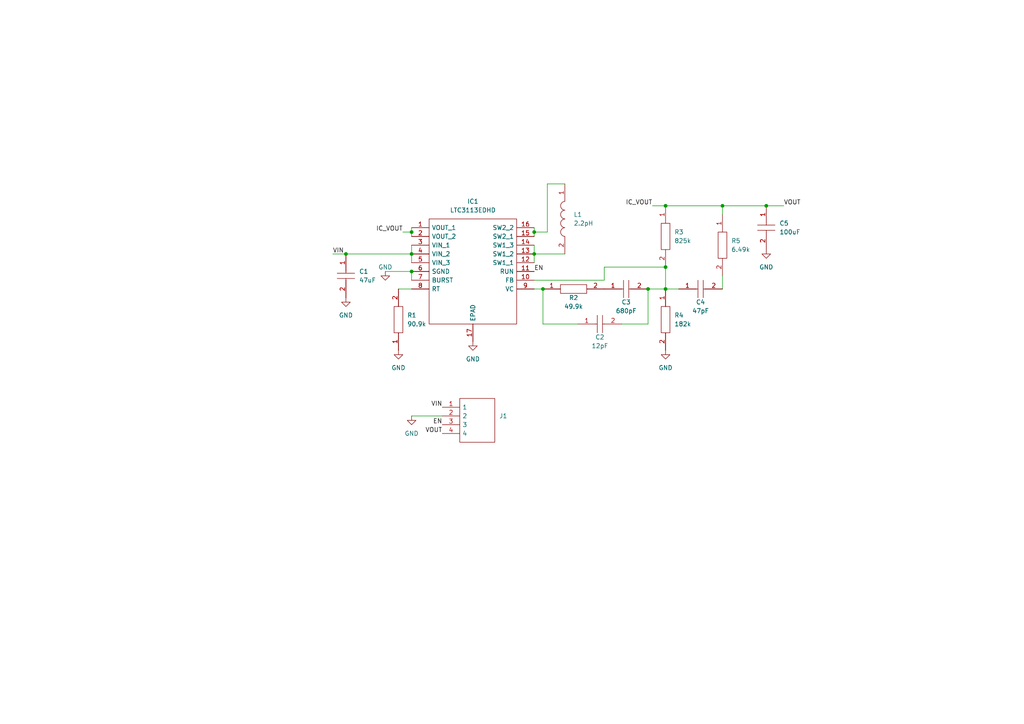
<source format=kicad_sch>
(kicad_sch (version 20211123) (generator eeschema)

  (uuid e63e39d7-6ac0-4ffd-8aa3-1841a4541b55)

  (paper "A4")

  (lib_symbols
    (symbol "CR0805-FX-1823ELF:CR0805-FX-1823ELF" (pin_names (offset 0.762)) (in_bom yes) (on_board yes)
      (property "Reference" "R" (id 0) (at 13.97 6.35 0)
        (effects (font (size 1.27 1.27)) (justify left))
      )
      (property "Value" "CR0805-FX-1823ELF" (id 1) (at 13.97 3.81 0)
        (effects (font (size 1.27 1.27)) (justify left))
      )
      (property "Footprint" "RESC2012X60N" (id 2) (at 13.97 1.27 0)
        (effects (font (size 1.27 1.27)) (justify left) hide)
      )
      (property "Datasheet" "https://www.bourns.com/pdfs/chpreztr.pdf" (id 3) (at 13.97 -1.27 0)
        (effects (font (size 1.27 1.27)) (justify left) hide)
      )
      (property "Description" "Thick Film Resistors - SMD 182K 1%" (id 4) (at 13.97 -3.81 0)
        (effects (font (size 1.27 1.27)) (justify left) hide)
      )
      (property "Height" "0.6" (id 5) (at 13.97 -6.35 0)
        (effects (font (size 1.27 1.27)) (justify left) hide)
      )
      (property "Mouser Part Number" "652-CR0805FX-1823ELF" (id 6) (at 13.97 -8.89 0)
        (effects (font (size 1.27 1.27)) (justify left) hide)
      )
      (property "Mouser Price/Stock" "https://www.mouser.co.uk/ProductDetail/Bourns/CR0805-FX-1823ELF?qs=Woncl1%2FcWdgb%2Fjd1olkGZA%3D%3D" (id 7) (at 13.97 -11.43 0)
        (effects (font (size 1.27 1.27)) (justify left) hide)
      )
      (property "Manufacturer_Name" "Bourns" (id 8) (at 13.97 -13.97 0)
        (effects (font (size 1.27 1.27)) (justify left) hide)
      )
      (property "Manufacturer_Part_Number" "CR0805-FX-1823ELF" (id 9) (at 13.97 -16.51 0)
        (effects (font (size 1.27 1.27)) (justify left) hide)
      )
      (property "ki_description" "Thick Film Resistors - SMD 182K 1%" (id 10) (at 0 0 0)
        (effects (font (size 1.27 1.27)) hide)
      )
      (symbol "CR0805-FX-1823ELF_0_0"
        (pin passive line (at 0 0 0) (length 5.08)
          (name "~" (effects (font (size 1.27 1.27))))
          (number "1" (effects (font (size 1.27 1.27))))
        )
        (pin passive line (at 17.78 0 180) (length 5.08)
          (name "~" (effects (font (size 1.27 1.27))))
          (number "2" (effects (font (size 1.27 1.27))))
        )
      )
      (symbol "CR0805-FX-1823ELF_0_1"
        (polyline
          (pts
            (xy 5.08 1.27)
            (xy 12.7 1.27)
            (xy 12.7 -1.27)
            (xy 5.08 -1.27)
            (xy 5.08 1.27)
          )
          (stroke (width 0.1524) (type default) (color 0 0 0 0))
          (fill (type none))
        )
      )
    )
    (symbol "CR0805-FX-4992ELF:CR0805-FX-4992ELF" (pin_names (offset 0.762)) (in_bom yes) (on_board yes)
      (property "Reference" "R" (id 0) (at 13.97 6.35 0)
        (effects (font (size 1.27 1.27)) (justify left))
      )
      (property "Value" "CR0805-FX-4992ELF" (id 1) (at 13.97 3.81 0)
        (effects (font (size 1.27 1.27)) (justify left))
      )
      (property "Footprint" "RESC2012X60N" (id 2) (at 13.97 1.27 0)
        (effects (font (size 1.27 1.27)) (justify left) hide)
      )
      (property "Datasheet" "https://www.bourns.com/pdfs/chpreztr.pdf" (id 3) (at 13.97 -1.27 0)
        (effects (font (size 1.27 1.27)) (justify left) hide)
      )
      (property "Description" "Thick Film Resistors - SMD 49.9K 1%" (id 4) (at 13.97 -3.81 0)
        (effects (font (size 1.27 1.27)) (justify left) hide)
      )
      (property "Height" "0.6" (id 5) (at 13.97 -6.35 0)
        (effects (font (size 1.27 1.27)) (justify left) hide)
      )
      (property "Mouser Part Number" "652-CR0805FX-4992ELF" (id 6) (at 13.97 -8.89 0)
        (effects (font (size 1.27 1.27)) (justify left) hide)
      )
      (property "Mouser Price/Stock" "https://www.mouser.co.uk/ProductDetail/Bourns/CR0805-FX-4992ELF?qs=LA9FZBosJlDCbXBqU6fQjA%3D%3D" (id 7) (at 13.97 -11.43 0)
        (effects (font (size 1.27 1.27)) (justify left) hide)
      )
      (property "Manufacturer_Name" "Bourns" (id 8) (at 13.97 -13.97 0)
        (effects (font (size 1.27 1.27)) (justify left) hide)
      )
      (property "Manufacturer_Part_Number" "CR0805-FX-4992ELF" (id 9) (at 13.97 -16.51 0)
        (effects (font (size 1.27 1.27)) (justify left) hide)
      )
      (property "ki_description" "Thick Film Resistors - SMD 49.9K 1%" (id 10) (at 0 0 0)
        (effects (font (size 1.27 1.27)) hide)
      )
      (symbol "CR0805-FX-4992ELF_0_0"
        (pin passive line (at 0 0 0) (length 5.08)
          (name "~" (effects (font (size 1.27 1.27))))
          (number "1" (effects (font (size 1.27 1.27))))
        )
        (pin passive line (at 17.78 0 180) (length 5.08)
          (name "~" (effects (font (size 1.27 1.27))))
          (number "2" (effects (font (size 1.27 1.27))))
        )
      )
      (symbol "CR0805-FX-4992ELF_0_1"
        (polyline
          (pts
            (xy 5.08 1.27)
            (xy 12.7 1.27)
            (xy 12.7 -1.27)
            (xy 5.08 -1.27)
            (xy 5.08 1.27)
          )
          (stroke (width 0.1524) (type default) (color 0 0 0 0))
          (fill (type none))
        )
      )
    )
    (symbol "CR0805-FX-9092ELF:CR0805-FX-9092ELF" (pin_names (offset 0.762)) (in_bom yes) (on_board yes)
      (property "Reference" "R" (id 0) (at 13.97 6.35 0)
        (effects (font (size 1.27 1.27)) (justify left))
      )
      (property "Value" "CR0805-FX-9092ELF" (id 1) (at 13.97 3.81 0)
        (effects (font (size 1.27 1.27)) (justify left))
      )
      (property "Footprint" "RESC2012X60N" (id 2) (at 13.97 1.27 0)
        (effects (font (size 1.27 1.27)) (justify left) hide)
      )
      (property "Datasheet" "https://www.bourns.com/pdfs/chpreztr.pdf" (id 3) (at 13.97 -1.27 0)
        (effects (font (size 1.27 1.27)) (justify left) hide)
      )
      (property "Description" "Thick Film Resistors - SMD 90.9K 1%" (id 4) (at 13.97 -3.81 0)
        (effects (font (size 1.27 1.27)) (justify left) hide)
      )
      (property "Height" "0.6" (id 5) (at 13.97 -6.35 0)
        (effects (font (size 1.27 1.27)) (justify left) hide)
      )
      (property "Mouser Part Number" "652-CR0805FX-9092ELF" (id 6) (at 13.97 -8.89 0)
        (effects (font (size 1.27 1.27)) (justify left) hide)
      )
      (property "Mouser Price/Stock" "https://www.mouser.co.uk/ProductDetail/Bourns/CR0805-FX-9092ELF?qs=Ek4EPvi0xiC%2F%2FhM6oDnsmg%3D%3D" (id 7) (at 13.97 -11.43 0)
        (effects (font (size 1.27 1.27)) (justify left) hide)
      )
      (property "Manufacturer_Name" "Bourns" (id 8) (at 13.97 -13.97 0)
        (effects (font (size 1.27 1.27)) (justify left) hide)
      )
      (property "Manufacturer_Part_Number" "CR0805-FX-9092ELF" (id 9) (at 13.97 -16.51 0)
        (effects (font (size 1.27 1.27)) (justify left) hide)
      )
      (property "ki_description" "Thick Film Resistors - SMD 90.9K 1%" (id 10) (at 0 0 0)
        (effects (font (size 1.27 1.27)) hide)
      )
      (symbol "CR0805-FX-9092ELF_0_0"
        (pin passive line (at 0 0 0) (length 5.08)
          (name "~" (effects (font (size 1.27 1.27))))
          (number "1" (effects (font (size 1.27 1.27))))
        )
        (pin passive line (at 17.78 0 180) (length 5.08)
          (name "~" (effects (font (size 1.27 1.27))))
          (number "2" (effects (font (size 1.27 1.27))))
        )
      )
      (symbol "CR0805-FX-9092ELF_0_1"
        (polyline
          (pts
            (xy 5.08 1.27)
            (xy 12.7 1.27)
            (xy 12.7 -1.27)
            (xy 5.08 -1.27)
            (xy 5.08 1.27)
          )
          (stroke (width 0.1524) (type default) (color 0 0 0 0))
          (fill (type none))
        )
      )
    )
    (symbol "GCM1885C2A120JA16D:GCM1885C2A120JA16D" (pin_names (offset 0.762)) (in_bom yes) (on_board yes)
      (property "Reference" "C" (id 0) (at 8.89 6.35 0)
        (effects (font (size 1.27 1.27)) (justify left))
      )
      (property "Value" "GCM1885C2A120JA16D" (id 1) (at 8.89 3.81 0)
        (effects (font (size 1.27 1.27)) (justify left))
      )
      (property "Footprint" "CAPC1608X90N" (id 2) (at 8.89 1.27 0)
        (effects (font (size 1.27 1.27)) (justify left) hide)
      )
      (property "Datasheet" "https://psearch.en.murata.com/capacitor/product/GCM1885C2A120JA16%23.html" (id 3) (at 8.89 -1.27 0)
        (effects (font (size 1.27 1.27)) (justify left) hide)
      )
      (property "Description" "Capacitor GCM18 L=1.6mm W=0.8mm T=0.8mm" (id 4) (at 8.89 -3.81 0)
        (effects (font (size 1.27 1.27)) (justify left) hide)
      )
      (property "Height" "0.9" (id 5) (at 8.89 -6.35 0)
        (effects (font (size 1.27 1.27)) (justify left) hide)
      )
      (property "Mouser Part Number" "81-GCM1885C2A120JA6D" (id 6) (at 8.89 -8.89 0)
        (effects (font (size 1.27 1.27)) (justify left) hide)
      )
      (property "Mouser Price/Stock" "https://www.mouser.co.uk/ProductDetail/Murata-Electronics/GCM1885C2A120JA16D?qs=AgWb9queBCi4BEpjgrKwng%3D%3D" (id 7) (at 8.89 -11.43 0)
        (effects (font (size 1.27 1.27)) (justify left) hide)
      )
      (property "Manufacturer_Name" "Murata Electronics" (id 8) (at 8.89 -13.97 0)
        (effects (font (size 1.27 1.27)) (justify left) hide)
      )
      (property "Manufacturer_Part_Number" "GCM1885C2A120JA16D" (id 9) (at 8.89 -16.51 0)
        (effects (font (size 1.27 1.27)) (justify left) hide)
      )
      (property "ki_description" "Capacitor GCM18 L=1.6mm W=0.8mm T=0.8mm" (id 10) (at 0 0 0)
        (effects (font (size 1.27 1.27)) hide)
      )
      (symbol "GCM1885C2A120JA16D_0_0"
        (pin passive line (at 0 0 0) (length 5.08)
          (name "~" (effects (font (size 1.27 1.27))))
          (number "1" (effects (font (size 1.27 1.27))))
        )
        (pin passive line (at 12.7 0 180) (length 5.08)
          (name "~" (effects (font (size 1.27 1.27))))
          (number "2" (effects (font (size 1.27 1.27))))
        )
      )
      (symbol "GCM1885C2A120JA16D_0_1"
        (polyline
          (pts
            (xy 5.08 0)
            (xy 5.588 0)
          )
          (stroke (width 0.1524) (type default) (color 0 0 0 0))
          (fill (type none))
        )
        (polyline
          (pts
            (xy 5.588 2.54)
            (xy 5.588 -2.54)
          )
          (stroke (width 0.1524) (type default) (color 0 0 0 0))
          (fill (type none))
        )
        (polyline
          (pts
            (xy 7.112 0)
            (xy 7.62 0)
          )
          (stroke (width 0.1524) (type default) (color 0 0 0 0))
          (fill (type none))
        )
        (polyline
          (pts
            (xy 7.112 2.54)
            (xy 7.112 -2.54)
          )
          (stroke (width 0.1524) (type default) (color 0 0 0 0))
          (fill (type none))
        )
      )
    )
    (symbol "GCM1885C2A681JA16D:GCM1885C2A681JA16D" (pin_names (offset 0.762)) (in_bom yes) (on_board yes)
      (property "Reference" "C" (id 0) (at 8.89 6.35 0)
        (effects (font (size 1.27 1.27)) (justify left))
      )
      (property "Value" "GCM1885C2A681JA16D" (id 1) (at 8.89 3.81 0)
        (effects (font (size 1.27 1.27)) (justify left))
      )
      (property "Footprint" "CAPC1608X90N" (id 2) (at 8.89 1.27 0)
        (effects (font (size 1.27 1.27)) (justify left) hide)
      )
      (property "Datasheet" "https://psearch.en.murata.com/capacitor/product/GCM1885C2A681JA16%23.html" (id 3) (at 8.89 -1.27 0)
        (effects (font (size 1.27 1.27)) (justify left) hide)
      )
      (property "Description" "Capacitor GCM18 L=1.6mm W=0.8mm T=0.8mm" (id 4) (at 8.89 -3.81 0)
        (effects (font (size 1.27 1.27)) (justify left) hide)
      )
      (property "Height" "0.9" (id 5) (at 8.89 -6.35 0)
        (effects (font (size 1.27 1.27)) (justify left) hide)
      )
      (property "Mouser Part Number" "81-GCM1885C2A681J16D" (id 6) (at 8.89 -8.89 0)
        (effects (font (size 1.27 1.27)) (justify left) hide)
      )
      (property "Mouser Price/Stock" "https://www.mouser.co.uk/ProductDetail/Murata-Electronics/GCM1885C2A681JA16D?qs=2YjXvJr3xvi%2FinlPog9miw%3D%3D" (id 7) (at 8.89 -11.43 0)
        (effects (font (size 1.27 1.27)) (justify left) hide)
      )
      (property "Manufacturer_Name" "Murata Electronics" (id 8) (at 8.89 -13.97 0)
        (effects (font (size 1.27 1.27)) (justify left) hide)
      )
      (property "Manufacturer_Part_Number" "GCM1885C2A681JA16D" (id 9) (at 8.89 -16.51 0)
        (effects (font (size 1.27 1.27)) (justify left) hide)
      )
      (property "ki_description" "Capacitor GCM18 L=1.6mm W=0.8mm T=0.8mm" (id 10) (at 0 0 0)
        (effects (font (size 1.27 1.27)) hide)
      )
      (symbol "GCM1885C2A681JA16D_0_0"
        (pin passive line (at 0 0 0) (length 5.08)
          (name "~" (effects (font (size 1.27 1.27))))
          (number "1" (effects (font (size 1.27 1.27))))
        )
        (pin passive line (at 12.7 0 180) (length 5.08)
          (name "~" (effects (font (size 1.27 1.27))))
          (number "2" (effects (font (size 1.27 1.27))))
        )
      )
      (symbol "GCM1885C2A681JA16D_0_1"
        (polyline
          (pts
            (xy 5.08 0)
            (xy 5.588 0)
          )
          (stroke (width 0.1524) (type default) (color 0 0 0 0))
          (fill (type none))
        )
        (polyline
          (pts
            (xy 5.588 2.54)
            (xy 5.588 -2.54)
          )
          (stroke (width 0.1524) (type default) (color 0 0 0 0))
          (fill (type none))
        )
        (polyline
          (pts
            (xy 7.112 0)
            (xy 7.62 0)
          )
          (stroke (width 0.1524) (type default) (color 0 0 0 0))
          (fill (type none))
        )
        (polyline
          (pts
            (xy 7.112 2.54)
            (xy 7.112 -2.54)
          )
          (stroke (width 0.1524) (type default) (color 0 0 0 0))
          (fill (type none))
        )
      )
    )
    (symbol "GRM21BR61A476ME15K:GRM21BR61A476ME15K" (pin_names (offset 0.762)) (in_bom yes) (on_board yes)
      (property "Reference" "C" (id 0) (at 8.89 6.35 0)
        (effects (font (size 1.27 1.27)) (justify left))
      )
      (property "Value" "GRM21BR61A476ME15K" (id 1) (at 8.89 3.81 0)
        (effects (font (size 1.27 1.27)) (justify left))
      )
      (property "Footprint" "CAPC2012X145N" (id 2) (at 8.89 1.27 0)
        (effects (font (size 1.27 1.27)) (justify left) hide)
      )
      (property "Datasheet" "https://datasheet.datasheetarchive.com/originals/distributors/DKDS42/DSANUWW0047682.pdf" (id 3) (at 8.89 -1.27 0)
        (effects (font (size 1.27 1.27)) (justify left) hide)
      )
      (property "Description" "Multilayer Ceramic Capacitors MLCC - SMD/SMT 0805 47uF 10volts *Derate Voltage/Temp" (id 4) (at 8.89 -3.81 0)
        (effects (font (size 1.27 1.27)) (justify left) hide)
      )
      (property "Height" "1.45" (id 5) (at 8.89 -6.35 0)
        (effects (font (size 1.27 1.27)) (justify left) hide)
      )
      (property "Mouser Part Number" "81-GRM21BR61A476ME5K" (id 6) (at 8.89 -8.89 0)
        (effects (font (size 1.27 1.27)) (justify left) hide)
      )
      (property "Mouser Price/Stock" "https://www.mouser.co.uk/ProductDetail/Murata-Electronics/GRM21BR61A476ME15K?qs=hNud%2FORuBR153XPtoO6XtA%3D%3D" (id 7) (at 8.89 -11.43 0)
        (effects (font (size 1.27 1.27)) (justify left) hide)
      )
      (property "Manufacturer_Name" "Murata Electronics" (id 8) (at 8.89 -13.97 0)
        (effects (font (size 1.27 1.27)) (justify left) hide)
      )
      (property "Manufacturer_Part_Number" "GRM21BR61A476ME15K" (id 9) (at 8.89 -16.51 0)
        (effects (font (size 1.27 1.27)) (justify left) hide)
      )
      (property "ki_description" "Multilayer Ceramic Capacitors MLCC - SMD/SMT 0805 47uF 10volts *Derate Voltage/Temp" (id 10) (at 0 0 0)
        (effects (font (size 1.27 1.27)) hide)
      )
      (symbol "GRM21BR61A476ME15K_0_0"
        (pin passive line (at 0 0 0) (length 5.08)
          (name "~" (effects (font (size 1.27 1.27))))
          (number "1" (effects (font (size 1.27 1.27))))
        )
        (pin passive line (at 12.7 0 180) (length 5.08)
          (name "~" (effects (font (size 1.27 1.27))))
          (number "2" (effects (font (size 1.27 1.27))))
        )
      )
      (symbol "GRM21BR61A476ME15K_0_1"
        (polyline
          (pts
            (xy 5.08 0)
            (xy 5.588 0)
          )
          (stroke (width 0.1524) (type default) (color 0 0 0 0))
          (fill (type none))
        )
        (polyline
          (pts
            (xy 5.588 2.54)
            (xy 5.588 -2.54)
          )
          (stroke (width 0.1524) (type default) (color 0 0 0 0))
          (fill (type none))
        )
        (polyline
          (pts
            (xy 7.112 0)
            (xy 7.62 0)
          )
          (stroke (width 0.1524) (type default) (color 0 0 0 0))
          (fill (type none))
        )
        (polyline
          (pts
            (xy 7.112 2.54)
            (xy 7.112 -2.54)
          )
          (stroke (width 0.1524) (type default) (color 0 0 0 0))
          (fill (type none))
        )
      )
    )
    (symbol "HCP0703-2R3-R:HCP0703-2R3-R" (in_bom yes) (on_board yes)
      (property "Reference" "L" (id 0) (at 0 6.35 0)
        (effects (font (size 1.27 1.27)))
      )
      (property "Value" "HCP0703-2R3-R" (id 1) (at 0 3.81 0)
        (effects (font (size 1.27 1.27)))
      )
      (property "Footprint" "" (id 2) (at 0 0 0)
        (effects (font (size 1.27 1.27)) hide)
      )
      (property "Datasheet" "" (id 3) (at 0 0 0)
        (effects (font (size 1.27 1.27)) hide)
      )
      (symbol "HCP0703-2R3-R_0_0"
        (pin passive line (at -10.16 0 0) (length 5.08)
          (name "~" (effects (font (size 1.27 1.27))))
          (number "1" (effects (font (size 1.27 1.27))))
        )
        (pin passive line (at 10.16 0 180) (length 5.08)
          (name "~" (effects (font (size 1.27 1.27))))
          (number "2" (effects (font (size 1.27 1.27))))
        )
      )
      (symbol "HCP0703-2R3-R_0_1"
        (arc (start -5.08 0) (mid -3.81 -1.3218) (end -2.54 0)
          (stroke (width 0.1524) (type default) (color 0 0 0 0))
          (fill (type none))
        )
        (arc (start -2.54 0) (mid -1.27 -1.3218) (end 0 0)
          (stroke (width 0.1524) (type default) (color 0 0 0 0))
          (fill (type none))
        )
        (arc (start 0 0) (mid 1.27 -1.3218) (end 2.54 0)
          (stroke (width 0.1524) (type default) (color 0 0 0 0))
          (fill (type none))
        )
        (arc (start 2.54 0) (mid 3.81 -1.3218) (end 5.08 0)
          (stroke (width 0.1524) (type default) (color 0 0 0 0))
          (fill (type none))
        )
      )
    )
    (symbol "LTC3113EDHD#TRPBF:LTC3113EDHD#TRPBF" (pin_names (offset 0.762)) (in_bom yes) (on_board yes)
      (property "Reference" "IC" (id 0) (at 31.75 7.62 0)
        (effects (font (size 1.27 1.27)) (justify left))
      )
      (property "Value" "LTC3113EDHD#TRPBF" (id 1) (at 31.75 5.08 0)
        (effects (font (size 1.27 1.27)) (justify left))
      )
      (property "Footprint" "SON50P400X500X80-17N-D" (id 2) (at 31.75 2.54 0)
        (effects (font (size 1.27 1.27)) (justify left) hide)
      )
      (property "Datasheet" "https://www.analog.com/media/en/technical-documentation/data-sheets/3113f.pdf" (id 3) (at 31.75 0 0)
        (effects (font (size 1.27 1.27)) (justify left) hide)
      )
      (property "Description" "Conv DC-DC 1.8V to 5.5V Non-Inv/Inv/Step Up/Step Down Single-Out 1.8V to 5.5V 3A 16-Pin DFN EP T/R" (id 4) (at 31.75 -2.54 0)
        (effects (font (size 1.27 1.27)) (justify left) hide)
      )
      (property "Height" "0.8" (id 5) (at 31.75 -5.08 0)
        (effects (font (size 1.27 1.27)) (justify left) hide)
      )
      (property "Mouser Part Number" "584-LTC3113EDHDTRPBF" (id 6) (at 31.75 -7.62 0)
        (effects (font (size 1.27 1.27)) (justify left) hide)
      )
      (property "Mouser Price/Stock" "https://www.mouser.co.uk/ProductDetail/Analog-Devices/LTC3113EDHDTRPBF?qs=hVkxg5c3xu%2Fb1aChqzfx9w%3D%3D" (id 7) (at 31.75 -10.16 0)
        (effects (font (size 1.27 1.27)) (justify left) hide)
      )
      (property "Manufacturer_Name" "Analog Devices" (id 8) (at 31.75 -12.7 0)
        (effects (font (size 1.27 1.27)) (justify left) hide)
      )
      (property "Manufacturer_Part_Number" "LTC3113EDHD#TRPBF" (id 9) (at 31.75 -15.24 0)
        (effects (font (size 1.27 1.27)) (justify left) hide)
      )
      (property "ki_description" "Conv DC-DC 1.8V to 5.5V Non-Inv/Inv/Step Up/Step Down Single-Out 1.8V to 5.5V 3A 16-Pin DFN EP T/R" (id 10) (at 0 0 0)
        (effects (font (size 1.27 1.27)) hide)
      )
      (symbol "LTC3113EDHD#TRPBF_0_0"
        (pin passive line (at 0 0 0) (length 5.08)
          (name "VOUT_1" (effects (font (size 1.27 1.27))))
          (number "1" (effects (font (size 1.27 1.27))))
        )
        (pin passive line (at 35.56 -15.24 180) (length 5.08)
          (name "FB" (effects (font (size 1.27 1.27))))
          (number "10" (effects (font (size 1.27 1.27))))
        )
        (pin passive line (at 35.56 -12.7 180) (length 5.08)
          (name "RUN" (effects (font (size 1.27 1.27))))
          (number "11" (effects (font (size 1.27 1.27))))
        )
        (pin passive line (at 35.56 -10.16 180) (length 5.08)
          (name "SW1_1" (effects (font (size 1.27 1.27))))
          (number "12" (effects (font (size 1.27 1.27))))
        )
        (pin passive line (at 35.56 -7.62 180) (length 5.08)
          (name "SW1_2" (effects (font (size 1.27 1.27))))
          (number "13" (effects (font (size 1.27 1.27))))
        )
        (pin passive line (at 35.56 -5.08 180) (length 5.08)
          (name "SW1_3" (effects (font (size 1.27 1.27))))
          (number "14" (effects (font (size 1.27 1.27))))
        )
        (pin passive line (at 35.56 -2.54 180) (length 5.08)
          (name "SW2_1" (effects (font (size 1.27 1.27))))
          (number "15" (effects (font (size 1.27 1.27))))
        )
        (pin passive line (at 35.56 0 180) (length 5.08)
          (name "SW2_2" (effects (font (size 1.27 1.27))))
          (number "16" (effects (font (size 1.27 1.27))))
        )
        (pin passive line (at 17.78 -33.02 90) (length 5.08)
          (name "EPAD" (effects (font (size 1.27 1.27))))
          (number "17" (effects (font (size 1.27 1.27))))
        )
        (pin passive line (at 0 -2.54 0) (length 5.08)
          (name "VOUT_2" (effects (font (size 1.27 1.27))))
          (number "2" (effects (font (size 1.27 1.27))))
        )
        (pin passive line (at 0 -5.08 0) (length 5.08)
          (name "VIN_1" (effects (font (size 1.27 1.27))))
          (number "3" (effects (font (size 1.27 1.27))))
        )
        (pin passive line (at 0 -7.62 0) (length 5.08)
          (name "VIN_2" (effects (font (size 1.27 1.27))))
          (number "4" (effects (font (size 1.27 1.27))))
        )
        (pin passive line (at 0 -10.16 0) (length 5.08)
          (name "VIN_3" (effects (font (size 1.27 1.27))))
          (number "5" (effects (font (size 1.27 1.27))))
        )
        (pin passive line (at 0 -12.7 0) (length 5.08)
          (name "SGND" (effects (font (size 1.27 1.27))))
          (number "6" (effects (font (size 1.27 1.27))))
        )
        (pin passive line (at 0 -15.24 0) (length 5.08)
          (name "BURST" (effects (font (size 1.27 1.27))))
          (number "7" (effects (font (size 1.27 1.27))))
        )
        (pin passive line (at 0 -17.78 0) (length 5.08)
          (name "RT" (effects (font (size 1.27 1.27))))
          (number "8" (effects (font (size 1.27 1.27))))
        )
        (pin passive line (at 35.56 -17.78 180) (length 5.08)
          (name "VC" (effects (font (size 1.27 1.27))))
          (number "9" (effects (font (size 1.27 1.27))))
        )
      )
      (symbol "LTC3113EDHD#TRPBF_0_1"
        (polyline
          (pts
            (xy 5.08 2.54)
            (xy 30.48 2.54)
            (xy 30.48 -27.94)
            (xy 5.08 -27.94)
            (xy 5.08 2.54)
          )
          (stroke (width 0.1524) (type default) (color 0 0 0 0))
          (fill (type none))
        )
      )
    )
    (symbol "M20-9730446:M20-9730446" (pin_names (offset 0.762)) (in_bom yes) (on_board yes)
      (property "Reference" "J" (id 0) (at 16.51 7.62 0)
        (effects (font (size 1.27 1.27)) (justify left))
      )
      (property "Value" "M20-9730446" (id 1) (at 16.51 5.08 0)
        (effects (font (size 1.27 1.27)) (justify left))
      )
      (property "Footprint" "HDRV4W66P0X254_1X4_1016X254X954P" (id 2) (at 16.51 2.54 0)
        (effects (font (size 1.27 1.27)) (justify left) hide)
      )
      (property "Datasheet" "https://cdn.harwin.com/pdfs/M20-973.pdf" (id 3) (at 16.51 0 0)
        (effects (font (size 1.27 1.27)) (justify left) hide)
      )
      (property "Description" "Headers & Wire Housings 04 SIL VERTICAL PIN HEADER TIN" (id 4) (at 16.51 -2.54 0)
        (effects (font (size 1.27 1.27)) (justify left) hide)
      )
      (property "Height" "9.54" (id 5) (at 16.51 -5.08 0)
        (effects (font (size 1.27 1.27)) (justify left) hide)
      )
      (property "Mouser Part Number" "855-M20-9730446" (id 6) (at 16.51 -7.62 0)
        (effects (font (size 1.27 1.27)) (justify left) hide)
      )
      (property "Mouser Price/Stock" "https://www.mouser.co.uk/ProductDetail/Harwin/M20-9730446?qs=%252Bk6%2F5FB6qrmBszB9%2FyIj%252Bg%3D%3D" (id 7) (at 16.51 -10.16 0)
        (effects (font (size 1.27 1.27)) (justify left) hide)
      )
      (property "Manufacturer_Name" "Harwin" (id 8) (at 16.51 -12.7 0)
        (effects (font (size 1.27 1.27)) (justify left) hide)
      )
      (property "Manufacturer_Part_Number" "M20-9730446" (id 9) (at 16.51 -15.24 0)
        (effects (font (size 1.27 1.27)) (justify left) hide)
      )
      (property "ki_description" "Headers & Wire Housings 04 SIL VERTICAL PIN HEADER TIN" (id 10) (at 0 0 0)
        (effects (font (size 1.27 1.27)) hide)
      )
      (symbol "M20-9730446_0_0"
        (pin passive line (at 0 0 0) (length 5.08)
          (name "1" (effects (font (size 1.27 1.27))))
          (number "1" (effects (font (size 1.27 1.27))))
        )
        (pin passive line (at 0 -2.54 0) (length 5.08)
          (name "2" (effects (font (size 1.27 1.27))))
          (number "2" (effects (font (size 1.27 1.27))))
        )
        (pin passive line (at 0 -5.08 0) (length 5.08)
          (name "3" (effects (font (size 1.27 1.27))))
          (number "3" (effects (font (size 1.27 1.27))))
        )
        (pin passive line (at 0 -7.62 0) (length 5.08)
          (name "4" (effects (font (size 1.27 1.27))))
          (number "4" (effects (font (size 1.27 1.27))))
        )
      )
      (symbol "M20-9730446_0_1"
        (polyline
          (pts
            (xy 5.08 2.54)
            (xy 15.24 2.54)
            (xy 15.24 -10.16)
            (xy 5.08 -10.16)
            (xy 5.08 2.54)
          )
          (stroke (width 0.1524) (type default) (color 0 0 0 0))
          (fill (type none))
        )
      )
    )
    (symbol "power:GND" (power) (pin_names (offset 0)) (in_bom yes) (on_board yes)
      (property "Reference" "#PWR" (id 0) (at 0 -6.35 0)
        (effects (font (size 1.27 1.27)) hide)
      )
      (property "Value" "GND" (id 1) (at 0 -3.81 0)
        (effects (font (size 1.27 1.27)))
      )
      (property "Footprint" "" (id 2) (at 0 0 0)
        (effects (font (size 1.27 1.27)) hide)
      )
      (property "Datasheet" "" (id 3) (at 0 0 0)
        (effects (font (size 1.27 1.27)) hide)
      )
      (property "ki_keywords" "power-flag" (id 4) (at 0 0 0)
        (effects (font (size 1.27 1.27)) hide)
      )
      (property "ki_description" "Power symbol creates a global label with name \"GND\" , ground" (id 5) (at 0 0 0)
        (effects (font (size 1.27 1.27)) hide)
      )
      (symbol "GND_0_1"
        (polyline
          (pts
            (xy 0 0)
            (xy 0 -1.27)
            (xy 1.27 -1.27)
            (xy 0 -2.54)
            (xy -1.27 -1.27)
            (xy 0 -1.27)
          )
          (stroke (width 0) (type default) (color 0 0 0 0))
          (fill (type none))
        )
      )
      (symbol "GND_1_1"
        (pin power_in line (at 0 0 270) (length 0) hide
          (name "GND" (effects (font (size 1.27 1.27))))
          (number "1" (effects (font (size 1.27 1.27))))
        )
      )
    )
  )

  (junction (at 154.94 67.31) (diameter 0) (color 0 0 0 0)
    (uuid 0125f7c0-b7d7-461b-ae90-5a8644095864)
  )
  (junction (at 209.55 59.69) (diameter 0) (color 0 0 0 0)
    (uuid 0e472af7-4d15-4d55-8ef1-df4b9d17ab63)
  )
  (junction (at 193.04 83.82) (diameter 0) (color 0 0 0 0)
    (uuid 3db3c900-bd6a-415f-ab20-b152c2c64771)
  )
  (junction (at 119.38 78.74) (diameter 0) (color 0 0 0 0)
    (uuid 3efed2ab-671e-4765-bad3-5aa1cad80055)
  )
  (junction (at 100.33 73.66) (diameter 0) (color 0 0 0 0)
    (uuid 5d79dd96-d4a6-4012-94e8-bc2b17aee1d6)
  )
  (junction (at 157.48 83.82) (diameter 0) (color 0 0 0 0)
    (uuid 783476d8-c928-4517-bd10-6629a2613df5)
  )
  (junction (at 187.96 83.82) (diameter 0) (color 0 0 0 0)
    (uuid 8ff1f0f5-c126-407e-85c7-b3971d45dcd7)
  )
  (junction (at 119.38 67.31) (diameter 0) (color 0 0 0 0)
    (uuid 95fbb285-b5a0-4456-8c25-ed013ad9c6cc)
  )
  (junction (at 193.04 77.47) (diameter 0) (color 0 0 0 0)
    (uuid a745382b-541b-433c-b4a5-2613cf014944)
  )
  (junction (at 193.04 59.69) (diameter 0) (color 0 0 0 0)
    (uuid ad15ad7a-30b5-48b5-9f04-6518c0f9ca4b)
  )
  (junction (at 154.94 73.66) (diameter 0) (color 0 0 0 0)
    (uuid d8e8f761-307e-4565-835b-bed7187ac5cf)
  )
  (junction (at 222.25 59.69) (diameter 0) (color 0 0 0 0)
    (uuid fad174aa-02ce-41b7-b3a4-9f0edd2881d0)
  )
  (junction (at 119.38 73.66) (diameter 0) (color 0 0 0 0)
    (uuid ff8043b1-9f5e-415e-8818-8dcae601e01c)
  )

  (wire (pts (xy 154.94 71.12) (xy 154.94 73.66))
    (stroke (width 0) (type default) (color 0 0 0 0))
    (uuid 0543e9fb-fd9f-4663-9562-9589c98aa1a4)
  )
  (wire (pts (xy 193.04 77.47) (xy 193.04 83.82))
    (stroke (width 0) (type default) (color 0 0 0 0))
    (uuid 129d441d-5254-42f9-a722-f6ea599c3248)
  )
  (wire (pts (xy 209.55 80.01) (xy 209.55 83.82))
    (stroke (width 0) (type default) (color 0 0 0 0))
    (uuid 156355f7-2b67-4a0d-93eb-28cd818db90d)
  )
  (wire (pts (xy 119.38 66.04) (xy 119.38 67.31))
    (stroke (width 0) (type default) (color 0 0 0 0))
    (uuid 1ce52c70-e5ba-47aa-8c2f-1e87dc15ba2f)
  )
  (wire (pts (xy 154.94 66.04) (xy 154.94 67.31))
    (stroke (width 0) (type default) (color 0 0 0 0))
    (uuid 26150b03-a9d5-4a24-936a-eb722414aeb4)
  )
  (wire (pts (xy 209.55 59.69) (xy 222.25 59.69))
    (stroke (width 0) (type default) (color 0 0 0 0))
    (uuid 2c082ad4-fdea-4d4a-a7c3-5d7fabc8d850)
  )
  (wire (pts (xy 154.94 73.66) (xy 163.83 73.66))
    (stroke (width 0) (type default) (color 0 0 0 0))
    (uuid 2cf3fdf5-55fd-46e1-8488-ac297535a8a1)
  )
  (wire (pts (xy 154.94 73.66) (xy 154.94 76.2))
    (stroke (width 0) (type default) (color 0 0 0 0))
    (uuid 2f090ce6-5b0f-4d4f-be89-2520048e44d0)
  )
  (wire (pts (xy 175.26 77.47) (xy 193.04 77.47))
    (stroke (width 0) (type default) (color 0 0 0 0))
    (uuid 39ce569c-9b3f-4f8c-9caa-86912e954e9e)
  )
  (wire (pts (xy 119.38 71.12) (xy 119.38 73.66))
    (stroke (width 0) (type default) (color 0 0 0 0))
    (uuid 3b55ee04-0c31-4b9f-89ca-d8649a9c310b)
  )
  (wire (pts (xy 187.96 93.98) (xy 187.96 83.82))
    (stroke (width 0) (type default) (color 0 0 0 0))
    (uuid 55086324-2270-447d-8708-27114189ca33)
  )
  (wire (pts (xy 119.38 67.31) (xy 119.38 68.58))
    (stroke (width 0) (type default) (color 0 0 0 0))
    (uuid 61bfaa79-dd35-4209-aa2a-7117d2057588)
  )
  (wire (pts (xy 193.04 59.69) (xy 209.55 59.69))
    (stroke (width 0) (type default) (color 0 0 0 0))
    (uuid 669b25ad-e159-4d00-835a-6511f579be78)
  )
  (wire (pts (xy 119.38 78.74) (xy 119.38 81.28))
    (stroke (width 0) (type default) (color 0 0 0 0))
    (uuid 6bcf1ec6-11ed-4210-a613-89744b69da14)
  )
  (wire (pts (xy 111.76 78.74) (xy 119.38 78.74))
    (stroke (width 0) (type default) (color 0 0 0 0))
    (uuid 7b160fd0-9175-463f-955f-b4a8f725ceb4)
  )
  (wire (pts (xy 115.57 83.82) (xy 119.38 83.82))
    (stroke (width 0) (type default) (color 0 0 0 0))
    (uuid 7c35c25c-c949-474b-8098-ebeca77b8641)
  )
  (wire (pts (xy 193.04 83.82) (xy 196.85 83.82))
    (stroke (width 0) (type default) (color 0 0 0 0))
    (uuid 81b7c4ab-25cc-44f6-ba85-12a176abb098)
  )
  (wire (pts (xy 157.48 93.98) (xy 167.64 93.98))
    (stroke (width 0) (type default) (color 0 0 0 0))
    (uuid 854314aa-19c2-45b3-885e-1a4468a04012)
  )
  (wire (pts (xy 157.48 83.82) (xy 157.48 93.98))
    (stroke (width 0) (type default) (color 0 0 0 0))
    (uuid 86a548cd-b559-41fe-bc7f-30759e0e71c1)
  )
  (wire (pts (xy 154.94 83.82) (xy 157.48 83.82))
    (stroke (width 0) (type default) (color 0 0 0 0))
    (uuid 9013d909-279b-41e7-b614-49e689a2403a)
  )
  (wire (pts (xy 119.38 120.65) (xy 128.27 120.65))
    (stroke (width 0) (type default) (color 0 0 0 0))
    (uuid 9dc00608-e37a-43ca-ac49-89eba71dd0ed)
  )
  (wire (pts (xy 187.96 83.82) (xy 193.04 83.82))
    (stroke (width 0) (type default) (color 0 0 0 0))
    (uuid 9e5e6202-c3b2-4fb4-910f-4567e6298c6a)
  )
  (wire (pts (xy 119.38 73.66) (xy 119.38 76.2))
    (stroke (width 0) (type default) (color 0 0 0 0))
    (uuid a2b19378-f7a1-4017-9603-c2dbb7448610)
  )
  (wire (pts (xy 154.94 67.31) (xy 158.75 67.31))
    (stroke (width 0) (type default) (color 0 0 0 0))
    (uuid a3ad5fde-be25-464b-862d-d28c826eeaad)
  )
  (wire (pts (xy 222.25 59.69) (xy 227.33 59.69))
    (stroke (width 0) (type default) (color 0 0 0 0))
    (uuid ab632e3f-8e4e-4896-95ee-eb9e8bf9f429)
  )
  (wire (pts (xy 154.94 67.31) (xy 154.94 68.58))
    (stroke (width 0) (type default) (color 0 0 0 0))
    (uuid ad944570-863e-41ed-b987-d9d12e3c5759)
  )
  (wire (pts (xy 175.26 81.28) (xy 175.26 77.47))
    (stroke (width 0) (type default) (color 0 0 0 0))
    (uuid ada97221-ae29-4e93-96ca-77953e0294b5)
  )
  (wire (pts (xy 180.34 93.98) (xy 187.96 93.98))
    (stroke (width 0) (type default) (color 0 0 0 0))
    (uuid b724d385-d52d-472b-91b5-3a38f2813091)
  )
  (wire (pts (xy 154.94 81.28) (xy 175.26 81.28))
    (stroke (width 0) (type default) (color 0 0 0 0))
    (uuid b8d31633-a9cc-4e1f-9ad3-f06f503c9b4f)
  )
  (wire (pts (xy 158.75 67.31) (xy 158.75 53.34))
    (stroke (width 0) (type default) (color 0 0 0 0))
    (uuid be6b57e6-541c-4f24-9087-9ac58bb4f2ea)
  )
  (wire (pts (xy 96.52 73.66) (xy 100.33 73.66))
    (stroke (width 0) (type default) (color 0 0 0 0))
    (uuid d0a9eae7-2f6e-4516-a4ba-63d38ab8cd84)
  )
  (wire (pts (xy 209.55 59.69) (xy 209.55 62.23))
    (stroke (width 0) (type default) (color 0 0 0 0))
    (uuid dd5576cf-bd21-4474-9a87-d83c146ce110)
  )
  (wire (pts (xy 116.84 67.31) (xy 119.38 67.31))
    (stroke (width 0) (type default) (color 0 0 0 0))
    (uuid ec3c8de8-bc36-4b0d-9cfe-9959c773a7e3)
  )
  (wire (pts (xy 158.75 53.34) (xy 163.83 53.34))
    (stroke (width 0) (type default) (color 0 0 0 0))
    (uuid ed6fc63b-5609-45b5-bddc-b1b76b29a9ba)
  )
  (wire (pts (xy 189.23 59.69) (xy 193.04 59.69))
    (stroke (width 0) (type default) (color 0 0 0 0))
    (uuid f3277732-ea3f-4b81-80c5-115de4309219)
  )
  (wire (pts (xy 100.33 73.66) (xy 119.38 73.66))
    (stroke (width 0) (type default) (color 0 0 0 0))
    (uuid f43fdeec-7422-481c-b1bb-7365fce3e810)
  )

  (label "IC_VOUT" (at 116.84 67.31 180)
    (effects (font (size 1.27 1.27)) (justify right bottom))
    (uuid 0dc86f40-00d7-4e0e-ae7a-a3472999a709)
  )
  (label "IC_VOUT" (at 189.23 59.69 180)
    (effects (font (size 1.27 1.27)) (justify right bottom))
    (uuid 2f5d175e-a41a-4cb4-ac70-3e67698bdbd4)
  )
  (label "VOUT" (at 227.33 59.69 0)
    (effects (font (size 1.27 1.27)) (justify left bottom))
    (uuid 4cbbced1-5d03-4d69-aabc-a343174d685c)
  )
  (label "EN" (at 128.27 123.19 180)
    (effects (font (size 1.27 1.27)) (justify right bottom))
    (uuid 4e04a13c-65a7-4ff9-a450-932c63dd31c5)
  )
  (label "VIN" (at 96.52 73.66 0)
    (effects (font (size 1.27 1.27)) (justify left bottom))
    (uuid 5101aad0-bdfa-434a-ab74-e2f733f98b03)
  )
  (label "VOUT" (at 128.27 125.73 180)
    (effects (font (size 1.27 1.27)) (justify right bottom))
    (uuid 7ada0583-78dc-4ebc-bfd7-ce9a2557f1c2)
  )
  (label "EN" (at 154.94 78.74 0)
    (effects (font (size 1.27 1.27)) (justify left bottom))
    (uuid 85547538-3eb1-4382-b35f-1fcf2103631f)
  )
  (label "VIN" (at 128.27 118.11 180)
    (effects (font (size 1.27 1.27)) (justify right bottom))
    (uuid 8e917cb8-f3fc-4819-818a-5379edd28494)
  )

  (symbol (lib_id "GCM1885C2A681JA16D:GCM1885C2A681JA16D") (at 196.85 83.82 0) (unit 1)
    (in_bom yes) (on_board yes)
    (uuid 311190ae-f387-4c10-84ab-6e91a359592a)
    (property "Reference" "C4" (id 0) (at 203.2 87.63 0))
    (property "Value" "47pF" (id 1) (at 203.2 90.17 0))
    (property "Footprint" "SamacSys_Parts:CAPC1608X90N" (id 2) (at 205.74 82.55 0)
      (effects (font (size 1.27 1.27)) (justify left) hide)
    )
    (property "Datasheet" "https://psearch.en.murata.com/capacitor/product/GCM1885C2A681JA16%23.html" (id 3) (at 205.74 85.09 0)
      (effects (font (size 1.27 1.27)) (justify left) hide)
    )
    (property "Description" "Capacitor GCM18 L=1.6mm W=0.8mm T=0.8mm" (id 4) (at 205.74 87.63 0)
      (effects (font (size 1.27 1.27)) (justify left) hide)
    )
    (property "Height" "0.9" (id 5) (at 205.74 90.17 0)
      (effects (font (size 1.27 1.27)) (justify left) hide)
    )
    (property "Mouser Part Number" "81-GCM1885C2A681J16D" (id 6) (at 205.74 92.71 0)
      (effects (font (size 1.27 1.27)) (justify left) hide)
    )
    (property "Mouser Price/Stock" "https://www.mouser.co.uk/ProductDetail/Murata-Electronics/GCM1885C2A681JA16D?qs=2YjXvJr3xvi%2FinlPog9miw%3D%3D" (id 7) (at 205.74 95.25 0)
      (effects (font (size 1.27 1.27)) (justify left) hide)
    )
    (property "Manufacturer_Name" "Murata Electronics" (id 8) (at 205.74 97.79 0)
      (effects (font (size 1.27 1.27)) (justify left) hide)
    )
    (property "Manufacturer_Part_Number" "GCM1885C2A681JA16D" (id 9) (at 205.74 100.33 0)
      (effects (font (size 1.27 1.27)) (justify left) hide)
    )
    (pin "1" (uuid cec8cb9a-2d61-4961-9056-d4ef9c31cea8))
    (pin "2" (uuid f5fcbb70-056b-4abf-b663-5f79b110ed63))
  )

  (symbol (lib_id "CR0805-FX-1823ELF:CR0805-FX-1823ELF") (at 209.55 62.23 270) (unit 1)
    (in_bom yes) (on_board yes) (fields_autoplaced)
    (uuid 40f76253-252e-4673-9d48-a5c5bb8af506)
    (property "Reference" "R5" (id 0) (at 212.09 69.8499 90)
      (effects (font (size 1.27 1.27)) (justify left))
    )
    (property "Value" "6.49k" (id 1) (at 212.09 72.3899 90)
      (effects (font (size 1.27 1.27)) (justify left))
    )
    (property "Footprint" "SamacSys_Parts:RESC2012X60N" (id 2) (at 210.82 76.2 0)
      (effects (font (size 1.27 1.27)) (justify left) hide)
    )
    (property "Datasheet" "https://www.bourns.com/pdfs/chpreztr.pdf" (id 3) (at 208.28 76.2 0)
      (effects (font (size 1.27 1.27)) (justify left) hide)
    )
    (property "Description" "Thick Film Resistors - SMD 182K 1%" (id 4) (at 205.74 76.2 0)
      (effects (font (size 1.27 1.27)) (justify left) hide)
    )
    (property "Height" "0.6" (id 5) (at 203.2 76.2 0)
      (effects (font (size 1.27 1.27)) (justify left) hide)
    )
    (property "Mouser Part Number" "652-CR0805FX-1823ELF" (id 6) (at 200.66 76.2 0)
      (effects (font (size 1.27 1.27)) (justify left) hide)
    )
    (property "Mouser Price/Stock" "https://www.mouser.co.uk/ProductDetail/Bourns/CR0805-FX-1823ELF?qs=Woncl1%2FcWdgb%2Fjd1olkGZA%3D%3D" (id 7) (at 198.12 76.2 0)
      (effects (font (size 1.27 1.27)) (justify left) hide)
    )
    (property "Manufacturer_Name" "Bourns" (id 8) (at 195.58 76.2 0)
      (effects (font (size 1.27 1.27)) (justify left) hide)
    )
    (property "Manufacturer_Part_Number" "CR0805-FX-1823ELF" (id 9) (at 193.04 76.2 0)
      (effects (font (size 1.27 1.27)) (justify left) hide)
    )
    (pin "1" (uuid d0f2d20f-e8fd-41ed-a1ec-4a8d18793c66))
    (pin "2" (uuid 604d175d-52f1-400f-a680-92fe85e16177))
  )

  (symbol (lib_id "power:GND") (at 193.04 101.6 0) (unit 1)
    (in_bom yes) (on_board yes) (fields_autoplaced)
    (uuid 49ad2853-40be-4f16-af2a-153f8d7c36ce)
    (property "Reference" "#PWR0105" (id 0) (at 193.04 107.95 0)
      (effects (font (size 1.27 1.27)) hide)
    )
    (property "Value" "GND" (id 1) (at 193.04 106.68 0))
    (property "Footprint" "" (id 2) (at 193.04 101.6 0)
      (effects (font (size 1.27 1.27)) hide)
    )
    (property "Datasheet" "" (id 3) (at 193.04 101.6 0)
      (effects (font (size 1.27 1.27)) hide)
    )
    (pin "1" (uuid 5f71c3ed-6c28-4541-a757-5cf5fa1bb518))
  )

  (symbol (lib_id "GRM21BR61A476ME15K:GRM21BR61A476ME15K") (at 100.33 73.66 270) (unit 1)
    (in_bom yes) (on_board yes) (fields_autoplaced)
    (uuid 4e19351f-52c9-4675-8c17-fe1a9a3bf9d5)
    (property "Reference" "C1" (id 0) (at 104.14 78.7399 90)
      (effects (font (size 1.27 1.27)) (justify left))
    )
    (property "Value" "47uF" (id 1) (at 104.14 81.2799 90)
      (effects (font (size 1.27 1.27)) (justify left))
    )
    (property "Footprint" "CAPC2012X145N" (id 2) (at 101.6 82.55 0)
      (effects (font (size 1.27 1.27)) (justify left) hide)
    )
    (property "Datasheet" "https://datasheet.datasheetarchive.com/originals/distributors/DKDS42/DSANUWW0047682.pdf" (id 3) (at 99.06 82.55 0)
      (effects (font (size 1.27 1.27)) (justify left) hide)
    )
    (property "Description" "Multilayer Ceramic Capacitors MLCC - SMD/SMT 0805 47uF 10volts *Derate Voltage/Temp" (id 4) (at 96.52 82.55 0)
      (effects (font (size 1.27 1.27)) (justify left) hide)
    )
    (property "Height" "1.45" (id 5) (at 93.98 82.55 0)
      (effects (font (size 1.27 1.27)) (justify left) hide)
    )
    (property "Mouser Part Number" "81-GRM21BR61A476ME5K" (id 6) (at 91.44 82.55 0)
      (effects (font (size 1.27 1.27)) (justify left) hide)
    )
    (property "Mouser Price/Stock" "https://www.mouser.co.uk/ProductDetail/Murata-Electronics/GRM21BR61A476ME15K?qs=hNud%2FORuBR153XPtoO6XtA%3D%3D" (id 7) (at 88.9 82.55 0)
      (effects (font (size 1.27 1.27)) (justify left) hide)
    )
    (property "Manufacturer_Name" "Murata Electronics" (id 8) (at 86.36 82.55 0)
      (effects (font (size 1.27 1.27)) (justify left) hide)
    )
    (property "Manufacturer_Part_Number" "GRM21BR61A476ME15K" (id 9) (at 83.82 82.55 0)
      (effects (font (size 1.27 1.27)) (justify left) hide)
    )
    (pin "1" (uuid c1ce5c30-246a-49b5-af0c-5c7dd32ee4cb))
    (pin "2" (uuid acd814b8-9e6d-4370-8fc2-c8d8b00433b0))
  )

  (symbol (lib_id "power:GND") (at 137.16 99.06 0) (unit 1)
    (in_bom yes) (on_board yes) (fields_autoplaced)
    (uuid 68b54b1d-cdde-4b82-9310-a1f173db2fc9)
    (property "Reference" "#PWR0103" (id 0) (at 137.16 105.41 0)
      (effects (font (size 1.27 1.27)) hide)
    )
    (property "Value" "GND" (id 1) (at 137.16 104.14 0))
    (property "Footprint" "" (id 2) (at 137.16 99.06 0)
      (effects (font (size 1.27 1.27)) hide)
    )
    (property "Datasheet" "" (id 3) (at 137.16 99.06 0)
      (effects (font (size 1.27 1.27)) hide)
    )
    (pin "1" (uuid d1879f91-d844-41e9-b1b8-81204a5923b8))
  )

  (symbol (lib_id "power:GND") (at 111.76 78.74 0) (unit 1)
    (in_bom yes) (on_board yes)
    (uuid 6c210a3c-712c-481f-8dd2-dc2b3eca4ae8)
    (property "Reference" "#PWR0102" (id 0) (at 111.76 85.09 0)
      (effects (font (size 1.27 1.27)) hide)
    )
    (property "Value" "GND" (id 1) (at 111.76 77.47 0))
    (property "Footprint" "" (id 2) (at 111.76 78.74 0)
      (effects (font (size 1.27 1.27)) hide)
    )
    (property "Datasheet" "" (id 3) (at 111.76 78.74 0)
      (effects (font (size 1.27 1.27)) hide)
    )
    (pin "1" (uuid e72f0def-aa8c-4f49-9b04-539302f0b226))
  )

  (symbol (lib_id "CR0805-FX-1823ELF:CR0805-FX-1823ELF") (at 193.04 59.69 270) (unit 1)
    (in_bom yes) (on_board yes) (fields_autoplaced)
    (uuid 821420fa-7857-4368-9a0d-b4c5e785b608)
    (property "Reference" "R3" (id 0) (at 195.58 67.3099 90)
      (effects (font (size 1.27 1.27)) (justify left))
    )
    (property "Value" "825k" (id 1) (at 195.58 69.8499 90)
      (effects (font (size 1.27 1.27)) (justify left))
    )
    (property "Footprint" "SamacSys_Parts:RESC2012X60N" (id 2) (at 194.31 73.66 0)
      (effects (font (size 1.27 1.27)) (justify left) hide)
    )
    (property "Datasheet" "https://www.bourns.com/pdfs/chpreztr.pdf" (id 3) (at 191.77 73.66 0)
      (effects (font (size 1.27 1.27)) (justify left) hide)
    )
    (property "Description" "Thick Film Resistors - SMD 182K 1%" (id 4) (at 189.23 73.66 0)
      (effects (font (size 1.27 1.27)) (justify left) hide)
    )
    (property "Height" "0.6" (id 5) (at 186.69 73.66 0)
      (effects (font (size 1.27 1.27)) (justify left) hide)
    )
    (property "Mouser Part Number" "652-CR0805FX-1823ELF" (id 6) (at 184.15 73.66 0)
      (effects (font (size 1.27 1.27)) (justify left) hide)
    )
    (property "Mouser Price/Stock" "https://www.mouser.co.uk/ProductDetail/Bourns/CR0805-FX-1823ELF?qs=Woncl1%2FcWdgb%2Fjd1olkGZA%3D%3D" (id 7) (at 181.61 73.66 0)
      (effects (font (size 1.27 1.27)) (justify left) hide)
    )
    (property "Manufacturer_Name" "Bourns" (id 8) (at 179.07 73.66 0)
      (effects (font (size 1.27 1.27)) (justify left) hide)
    )
    (property "Manufacturer_Part_Number" "CR0805-FX-1823ELF" (id 9) (at 176.53 73.66 0)
      (effects (font (size 1.27 1.27)) (justify left) hide)
    )
    (pin "1" (uuid 846fa0b8-7bfd-4aee-95df-57cee7e84e65))
    (pin "2" (uuid 807ae6ab-6dac-4af8-9fb0-3f30c1dca4f4))
  )

  (symbol (lib_id "M20-9730446:M20-9730446") (at 128.27 118.11 0) (unit 1)
    (in_bom yes) (on_board yes) (fields_autoplaced)
    (uuid 8af4b2cc-f65f-4704-9062-f5746f1c4f69)
    (property "Reference" "J1" (id 0) (at 144.78 120.6499 0)
      (effects (font (size 1.27 1.27)) (justify left))
    )
    (property "Value" "M20-9730446" (id 1) (at 144.78 123.1899 0)
      (effects (font (size 1.27 1.27)) (justify left) hide)
    )
    (property "Footprint" "M20-9730446:HDRV4W66P0X254_1X4_1016X254X954P" (id 2) (at 144.78 115.57 0)
      (effects (font (size 1.27 1.27)) (justify left) hide)
    )
    (property "Datasheet" "https://cdn.harwin.com/pdfs/M20-973.pdf" (id 3) (at 144.78 118.11 0)
      (effects (font (size 1.27 1.27)) (justify left) hide)
    )
    (property "Description" "Headers & Wire Housings 04 SIL VERTICAL PIN HEADER TIN" (id 4) (at 144.78 120.65 0)
      (effects (font (size 1.27 1.27)) (justify left) hide)
    )
    (property "Height" "9.54" (id 5) (at 144.78 123.19 0)
      (effects (font (size 1.27 1.27)) (justify left) hide)
    )
    (property "Mouser Part Number" "855-M20-9730446" (id 6) (at 144.78 125.73 0)
      (effects (font (size 1.27 1.27)) (justify left) hide)
    )
    (property "Mouser Price/Stock" "https://www.mouser.co.uk/ProductDetail/Harwin/M20-9730446?qs=%252Bk6%2F5FB6qrmBszB9%2FyIj%252Bg%3D%3D" (id 7) (at 144.78 128.27 0)
      (effects (font (size 1.27 1.27)) (justify left) hide)
    )
    (property "Manufacturer_Name" "Harwin" (id 8) (at 144.78 130.81 0)
      (effects (font (size 1.27 1.27)) (justify left) hide)
    )
    (property "Manufacturer_Part_Number" "M20-9730446" (id 9) (at 144.78 133.35 0)
      (effects (font (size 1.27 1.27)) (justify left) hide)
    )
    (pin "1" (uuid 83b2a5c4-3f2b-41bf-a480-5737d258a4f3))
    (pin "2" (uuid f33fdcf6-cc10-43f8-99f8-2e285202def9))
    (pin "3" (uuid 71cbb1b2-ab4b-4fe5-a694-50876e0b935b))
    (pin "4" (uuid 991aaafc-aadd-4715-b7b5-d0468ab8bf5d))
  )

  (symbol (lib_id "power:GND") (at 100.33 86.36 0) (unit 1)
    (in_bom yes) (on_board yes) (fields_autoplaced)
    (uuid 94cf072c-ce86-40f1-b6f6-90f317e0b152)
    (property "Reference" "#PWR0101" (id 0) (at 100.33 92.71 0)
      (effects (font (size 1.27 1.27)) hide)
    )
    (property "Value" "GND" (id 1) (at 100.33 91.44 0))
    (property "Footprint" "" (id 2) (at 100.33 86.36 0)
      (effects (font (size 1.27 1.27)) hide)
    )
    (property "Datasheet" "" (id 3) (at 100.33 86.36 0)
      (effects (font (size 1.27 1.27)) hide)
    )
    (pin "1" (uuid 434a28bf-2e2e-424e-bb1a-95e8e48cc08d))
  )

  (symbol (lib_id "CR0805-FX-9092ELF:CR0805-FX-9092ELF") (at 115.57 101.6 90) (unit 1)
    (in_bom yes) (on_board yes) (fields_autoplaced)
    (uuid 9789d3cb-a57e-4ba0-ab6e-36b22498bda5)
    (property "Reference" "R1" (id 0) (at 118.11 91.4399 90)
      (effects (font (size 1.27 1.27)) (justify right))
    )
    (property "Value" "90.9k" (id 1) (at 118.11 93.9799 90)
      (effects (font (size 1.27 1.27)) (justify right))
    )
    (property "Footprint" "SamacSys_Parts:RESC2012X60N" (id 2) (at 114.3 87.63 0)
      (effects (font (size 1.27 1.27)) (justify left) hide)
    )
    (property "Datasheet" "https://www.bourns.com/pdfs/chpreztr.pdf" (id 3) (at 116.84 87.63 0)
      (effects (font (size 1.27 1.27)) (justify left) hide)
    )
    (property "Description" "Thick Film Resistors - SMD 90.9K 1%" (id 4) (at 119.38 87.63 0)
      (effects (font (size 1.27 1.27)) (justify left) hide)
    )
    (property "Height" "0.6" (id 5) (at 121.92 87.63 0)
      (effects (font (size 1.27 1.27)) (justify left) hide)
    )
    (property "Mouser Part Number" "652-CR0805FX-9092ELF" (id 6) (at 124.46 87.63 0)
      (effects (font (size 1.27 1.27)) (justify left) hide)
    )
    (property "Mouser Price/Stock" "https://www.mouser.co.uk/ProductDetail/Bourns/CR0805-FX-9092ELF?qs=Ek4EPvi0xiC%2F%2FhM6oDnsmg%3D%3D" (id 7) (at 127 87.63 0)
      (effects (font (size 1.27 1.27)) (justify left) hide)
    )
    (property "Manufacturer_Name" "Bourns" (id 8) (at 129.54 87.63 0)
      (effects (font (size 1.27 1.27)) (justify left) hide)
    )
    (property "Manufacturer_Part_Number" "CR0805-FX-9092ELF" (id 9) (at 132.08 87.63 0)
      (effects (font (size 1.27 1.27)) (justify left) hide)
    )
    (pin "1" (uuid 4988d72b-4147-49f7-bd75-cede7bd09710))
    (pin "2" (uuid 65d4349f-73db-4251-8134-61c3c9041f68))
  )

  (symbol (lib_id "GCM1885C2A681JA16D:GCM1885C2A681JA16D") (at 175.26 83.82 0) (unit 1)
    (in_bom yes) (on_board yes)
    (uuid 9dc52bf2-6d10-4811-a0cb-135dc1031a89)
    (property "Reference" "C3" (id 0) (at 181.61 87.63 0))
    (property "Value" "680pF" (id 1) (at 181.61 90.17 0))
    (property "Footprint" "SamacSys_Parts:CAPC1608X90N" (id 2) (at 184.15 82.55 0)
      (effects (font (size 1.27 1.27)) (justify left) hide)
    )
    (property "Datasheet" "https://psearch.en.murata.com/capacitor/product/GCM1885C2A681JA16%23.html" (id 3) (at 184.15 85.09 0)
      (effects (font (size 1.27 1.27)) (justify left) hide)
    )
    (property "Description" "Capacitor GCM18 L=1.6mm W=0.8mm T=0.8mm" (id 4) (at 184.15 87.63 0)
      (effects (font (size 1.27 1.27)) (justify left) hide)
    )
    (property "Height" "0.9" (id 5) (at 184.15 90.17 0)
      (effects (font (size 1.27 1.27)) (justify left) hide)
    )
    (property "Mouser Part Number" "81-GCM1885C2A681J16D" (id 6) (at 184.15 92.71 0)
      (effects (font (size 1.27 1.27)) (justify left) hide)
    )
    (property "Mouser Price/Stock" "https://www.mouser.co.uk/ProductDetail/Murata-Electronics/GCM1885C2A681JA16D?qs=2YjXvJr3xvi%2FinlPog9miw%3D%3D" (id 7) (at 184.15 95.25 0)
      (effects (font (size 1.27 1.27)) (justify left) hide)
    )
    (property "Manufacturer_Name" "Murata Electronics" (id 8) (at 184.15 97.79 0)
      (effects (font (size 1.27 1.27)) (justify left) hide)
    )
    (property "Manufacturer_Part_Number" "GCM1885C2A681JA16D" (id 9) (at 184.15 100.33 0)
      (effects (font (size 1.27 1.27)) (justify left) hide)
    )
    (pin "1" (uuid 951865dc-3356-4719-b113-b24d844ea041))
    (pin "2" (uuid e413969e-24ae-4bd7-bfd6-208c7abade5b))
  )

  (symbol (lib_id "HCP0703-2R3-R:HCP0703-2R3-R") (at 163.83 63.5 270) (unit 1)
    (in_bom yes) (on_board yes) (fields_autoplaced)
    (uuid a652e6c9-df05-4107-b0c7-e53c70dcc693)
    (property "Reference" "L1" (id 0) (at 166.37 62.2299 90)
      (effects (font (size 1.27 1.27)) (justify left))
    )
    (property "Value" "2.2pH" (id 1) (at 166.37 64.7699 90)
      (effects (font (size 1.27 1.27)) (justify left))
    )
    (property "Footprint" "HCP0704-2R3-R:HCP0704-2R3-R" (id 2) (at 163.83 63.5 0)
      (effects (font (size 1.27 1.27)) hide)
    )
    (property "Datasheet" "" (id 3) (at 163.83 63.5 0)
      (effects (font (size 1.27 1.27)) hide)
    )
    (pin "1" (uuid 1ef777d3-035b-4dc4-b024-55d98dc0807a))
    (pin "2" (uuid b546c071-eb5a-439d-92f7-bf2168df6153))
  )

  (symbol (lib_id "CR0805-FX-4992ELF:CR0805-FX-4992ELF") (at 157.48 83.82 0) (unit 1)
    (in_bom yes) (on_board yes)
    (uuid a8649b38-c939-4404-bd2e-6fe4769dabe3)
    (property "Reference" "R2" (id 0) (at 166.37 86.36 0))
    (property "Value" "49.9k" (id 1) (at 166.37 88.9 0))
    (property "Footprint" "SamacSys_Parts:RESC2012X60N" (id 2) (at 171.45 82.55 0)
      (effects (font (size 1.27 1.27)) (justify left) hide)
    )
    (property "Datasheet" "https://www.bourns.com/pdfs/chpreztr.pdf" (id 3) (at 171.45 85.09 0)
      (effects (font (size 1.27 1.27)) (justify left) hide)
    )
    (property "Description" "Thick Film Resistors - SMD 49.9K 1%" (id 4) (at 171.45 87.63 0)
      (effects (font (size 1.27 1.27)) (justify left) hide)
    )
    (property "Height" "0.6" (id 5) (at 171.45 90.17 0)
      (effects (font (size 1.27 1.27)) (justify left) hide)
    )
    (property "Mouser Part Number" "652-CR0805FX-4992ELF" (id 6) (at 171.45 92.71 0)
      (effects (font (size 1.27 1.27)) (justify left) hide)
    )
    (property "Mouser Price/Stock" "https://www.mouser.co.uk/ProductDetail/Bourns/CR0805-FX-4992ELF?qs=LA9FZBosJlDCbXBqU6fQjA%3D%3D" (id 7) (at 171.45 95.25 0)
      (effects (font (size 1.27 1.27)) (justify left) hide)
    )
    (property "Manufacturer_Name" "Bourns" (id 8) (at 171.45 97.79 0)
      (effects (font (size 1.27 1.27)) (justify left) hide)
    )
    (property "Manufacturer_Part_Number" "CR0805-FX-4992ELF" (id 9) (at 171.45 100.33 0)
      (effects (font (size 1.27 1.27)) (justify left) hide)
    )
    (pin "1" (uuid 7dd7fa35-5bf0-41b3-963b-57b916c96c0e))
    (pin "2" (uuid b35f07ed-2d2a-4b46-a2e8-1040021a0532))
  )

  (symbol (lib_id "power:GND") (at 222.25 72.39 0) (unit 1)
    (in_bom yes) (on_board yes) (fields_autoplaced)
    (uuid ae325e48-9769-433c-9a0b-3d51e7a9c3a1)
    (property "Reference" "#PWR0106" (id 0) (at 222.25 78.74 0)
      (effects (font (size 1.27 1.27)) hide)
    )
    (property "Value" "GND" (id 1) (at 222.25 77.47 0))
    (property "Footprint" "" (id 2) (at 222.25 72.39 0)
      (effects (font (size 1.27 1.27)) hide)
    )
    (property "Datasheet" "" (id 3) (at 222.25 72.39 0)
      (effects (font (size 1.27 1.27)) hide)
    )
    (pin "1" (uuid 831a62f4-5ad1-486f-a0e9-53a6eb7ff155))
  )

  (symbol (lib_id "GRM21BR61A476ME15K:GRM21BR61A476ME15K") (at 222.25 59.69 270) (unit 1)
    (in_bom yes) (on_board yes) (fields_autoplaced)
    (uuid b68569bc-68b1-43d3-9f89-7c7bac70a151)
    (property "Reference" "C5" (id 0) (at 226.06 64.7699 90)
      (effects (font (size 1.27 1.27)) (justify left))
    )
    (property "Value" "100uF" (id 1) (at 226.06 67.3099 90)
      (effects (font (size 1.27 1.27)) (justify left))
    )
    (property "Footprint" "CAPC2012X145N" (id 2) (at 223.52 68.58 0)
      (effects (font (size 1.27 1.27)) (justify left) hide)
    )
    (property "Datasheet" "https://datasheet.datasheetarchive.com/originals/distributors/DKDS42/DSANUWW0047682.pdf" (id 3) (at 220.98 68.58 0)
      (effects (font (size 1.27 1.27)) (justify left) hide)
    )
    (property "Description" "Multilayer Ceramic Capacitors MLCC - SMD/SMT 0805 47uF 10volts *Derate Voltage/Temp" (id 4) (at 218.44 68.58 0)
      (effects (font (size 1.27 1.27)) (justify left) hide)
    )
    (property "Height" "1.45" (id 5) (at 215.9 68.58 0)
      (effects (font (size 1.27 1.27)) (justify left) hide)
    )
    (property "Mouser Part Number" "81-GRM21BR61A476ME5K" (id 6) (at 213.36 68.58 0)
      (effects (font (size 1.27 1.27)) (justify left) hide)
    )
    (property "Mouser Price/Stock" "https://www.mouser.co.uk/ProductDetail/Murata-Electronics/GRM21BR61A476ME15K?qs=hNud%2FORuBR153XPtoO6XtA%3D%3D" (id 7) (at 210.82 68.58 0)
      (effects (font (size 1.27 1.27)) (justify left) hide)
    )
    (property "Manufacturer_Name" "Murata Electronics" (id 8) (at 208.28 68.58 0)
      (effects (font (size 1.27 1.27)) (justify left) hide)
    )
    (property "Manufacturer_Part_Number" "GRM21BR61A476ME15K" (id 9) (at 205.74 68.58 0)
      (effects (font (size 1.27 1.27)) (justify left) hide)
    )
    (pin "1" (uuid 40db6c30-47a1-41ec-866e-5dadda2699da))
    (pin "2" (uuid 518d31cd-2734-492a-b8f8-7e7539f57df6))
  )

  (symbol (lib_id "GCM1885C2A120JA16D:GCM1885C2A120JA16D") (at 167.64 93.98 0) (unit 1)
    (in_bom yes) (on_board yes)
    (uuid d40298eb-1824-4027-9c94-9c6bac7ebe5c)
    (property "Reference" "C2" (id 0) (at 173.99 97.79 0))
    (property "Value" "12pF" (id 1) (at 173.99 100.33 0))
    (property "Footprint" "SamacSys_Parts:CAPC1608X90N" (id 2) (at 176.53 92.71 0)
      (effects (font (size 1.27 1.27)) (justify left) hide)
    )
    (property "Datasheet" "https://psearch.en.murata.com/capacitor/product/GCM1885C2A120JA16%23.html" (id 3) (at 176.53 95.25 0)
      (effects (font (size 1.27 1.27)) (justify left) hide)
    )
    (property "Description" "Capacitor GCM18 L=1.6mm W=0.8mm T=0.8mm" (id 4) (at 176.53 97.79 0)
      (effects (font (size 1.27 1.27)) (justify left) hide)
    )
    (property "Height" "0.9" (id 5) (at 176.53 100.33 0)
      (effects (font (size 1.27 1.27)) (justify left) hide)
    )
    (property "Mouser Part Number" "81-GCM1885C2A120JA6D" (id 6) (at 176.53 102.87 0)
      (effects (font (size 1.27 1.27)) (justify left) hide)
    )
    (property "Mouser Price/Stock" "https://www.mouser.co.uk/ProductDetail/Murata-Electronics/GCM1885C2A120JA16D?qs=AgWb9queBCi4BEpjgrKwng%3D%3D" (id 7) (at 176.53 105.41 0)
      (effects (font (size 1.27 1.27)) (justify left) hide)
    )
    (property "Manufacturer_Name" "Murata Electronics" (id 8) (at 176.53 107.95 0)
      (effects (font (size 1.27 1.27)) (justify left) hide)
    )
    (property "Manufacturer_Part_Number" "GCM1885C2A120JA16D" (id 9) (at 176.53 110.49 0)
      (effects (font (size 1.27 1.27)) (justify left) hide)
    )
    (pin "1" (uuid b5ac777b-733b-4517-af3f-711e2bc87da6))
    (pin "2" (uuid 3e79420f-c2a1-4956-bc44-aa3b3f58f66c))
  )

  (symbol (lib_id "power:GND") (at 115.57 101.6 0) (unit 1)
    (in_bom yes) (on_board yes) (fields_autoplaced)
    (uuid d6945763-92e4-4b23-be6d-e45e5d924e02)
    (property "Reference" "#PWR0104" (id 0) (at 115.57 107.95 0)
      (effects (font (size 1.27 1.27)) hide)
    )
    (property "Value" "GND" (id 1) (at 115.57 106.68 0))
    (property "Footprint" "" (id 2) (at 115.57 101.6 0)
      (effects (font (size 1.27 1.27)) hide)
    )
    (property "Datasheet" "" (id 3) (at 115.57 101.6 0)
      (effects (font (size 1.27 1.27)) hide)
    )
    (pin "1" (uuid 1fc3174e-fe9e-4564-9046-cda1c0c73060))
  )

  (symbol (lib_id "LTC3113EDHD#TRPBF:LTC3113EDHD#TRPBF") (at 119.38 66.04 0) (unit 1)
    (in_bom yes) (on_board yes) (fields_autoplaced)
    (uuid de2c2ad2-0c53-4e77-9679-870137a33988)
    (property "Reference" "IC1" (id 0) (at 137.16 58.42 0))
    (property "Value" "LTC3113EDHD" (id 1) (at 137.16 60.96 0))
    (property "Footprint" "LTC3113EDHD#TRPBF:SON50P400X500X80-17N-D" (id 2) (at 151.13 63.5 0)
      (effects (font (size 1.27 1.27)) (justify left) hide)
    )
    (property "Datasheet" "https://www.analog.com/media/en/technical-documentation/data-sheets/3113f.pdf" (id 3) (at 151.13 66.04 0)
      (effects (font (size 1.27 1.27)) (justify left) hide)
    )
    (property "Description" "Conv DC-DC 1.8V to 5.5V Non-Inv/Inv/Step Up/Step Down Single-Out 1.8V to 5.5V 3A 16-Pin DFN EP T/R" (id 4) (at 151.13 68.58 0)
      (effects (font (size 1.27 1.27)) (justify left) hide)
    )
    (property "Height" "0.8" (id 5) (at 151.13 71.12 0)
      (effects (font (size 1.27 1.27)) (justify left) hide)
    )
    (property "Mouser Part Number" "584-LTC3113EDHDTRPBF" (id 6) (at 151.13 73.66 0)
      (effects (font (size 1.27 1.27)) (justify left) hide)
    )
    (property "Mouser Price/Stock" "https://www.mouser.co.uk/ProductDetail/Analog-Devices/LTC3113EDHDTRPBF?qs=hVkxg5c3xu%2Fb1aChqzfx9w%3D%3D" (id 7) (at 151.13 76.2 0)
      (effects (font (size 1.27 1.27)) (justify left) hide)
    )
    (property "Manufacturer_Name" "Analog Devices" (id 8) (at 151.13 78.74 0)
      (effects (font (size 1.27 1.27)) (justify left) hide)
    )
    (property "Manufacturer_Part_Number" "LTC3113EDHD#TRPBF" (id 9) (at 151.13 81.28 0)
      (effects (font (size 1.27 1.27)) (justify left) hide)
    )
    (pin "1" (uuid 1dd66f34-0cab-4702-97cd-c2531a2089e4))
    (pin "10" (uuid 023770c1-53d9-4e98-bce2-724bf103468d))
    (pin "11" (uuid 335b3b4f-6aa0-4614-81ef-ae4825759f1d))
    (pin "12" (uuid fd6e964b-9d06-4bd1-b517-25acf2657135))
    (pin "13" (uuid bf8d72ca-73ab-4cf5-b66f-1b4fa7ff5827))
    (pin "14" (uuid 3c6a5363-f22e-4748-9978-3d129e57d54d))
    (pin "15" (uuid 22bcf200-af5f-432f-b421-8a2d857da407))
    (pin "16" (uuid 8c645b9a-b78c-4a28-99e1-0ce1717b3e6f))
    (pin "17" (uuid 628baa80-a0fb-4dc9-b770-bff6830f2dcc))
    (pin "2" (uuid ded3a3b9-628e-435d-a54e-3143d1c4b5dc))
    (pin "3" (uuid a3a47571-a249-4b68-ae14-b8e7d54465f2))
    (pin "4" (uuid 131d13e1-c476-4a0a-a1e9-7e80235eada2))
    (pin "5" (uuid 987e0314-1d63-4a96-91c5-40c75dc82d60))
    (pin "6" (uuid a9940410-4423-4e80-8ac9-5771da129e26))
    (pin "7" (uuid ff872882-1ac1-4504-a40d-a87372afea7f))
    (pin "8" (uuid 87bdfae6-74fe-413f-a7cd-88ff77f69496))
    (pin "9" (uuid daa29df9-fda9-4c34-a4c6-79c0f9e83778))
  )

  (symbol (lib_id "power:GND") (at 119.38 120.65 0) (unit 1)
    (in_bom yes) (on_board yes) (fields_autoplaced)
    (uuid ec309425-fd80-4606-a420-a18172aacdca)
    (property "Reference" "#PWR0107" (id 0) (at 119.38 127 0)
      (effects (font (size 1.27 1.27)) hide)
    )
    (property "Value" "GND" (id 1) (at 119.38 125.73 0))
    (property "Footprint" "" (id 2) (at 119.38 120.65 0)
      (effects (font (size 1.27 1.27)) hide)
    )
    (property "Datasheet" "" (id 3) (at 119.38 120.65 0)
      (effects (font (size 1.27 1.27)) hide)
    )
    (pin "1" (uuid 09034c3f-8634-4d23-a67d-e815bf7c56ce))
  )

  (symbol (lib_id "CR0805-FX-1823ELF:CR0805-FX-1823ELF") (at 193.04 83.82 270) (unit 1)
    (in_bom yes) (on_board yes) (fields_autoplaced)
    (uuid ffb548f3-5bbd-4a6e-b360-2e8e9e8a2963)
    (property "Reference" "R4" (id 0) (at 195.58 91.4399 90)
      (effects (font (size 1.27 1.27)) (justify left))
    )
    (property "Value" "182k" (id 1) (at 195.58 93.9799 90)
      (effects (font (size 1.27 1.27)) (justify left))
    )
    (property "Footprint" "SamacSys_Parts:RESC2012X60N" (id 2) (at 194.31 97.79 0)
      (effects (font (size 1.27 1.27)) (justify left) hide)
    )
    (property "Datasheet" "https://www.bourns.com/pdfs/chpreztr.pdf" (id 3) (at 191.77 97.79 0)
      (effects (font (size 1.27 1.27)) (justify left) hide)
    )
    (property "Description" "Thick Film Resistors - SMD 182K 1%" (id 4) (at 189.23 97.79 0)
      (effects (font (size 1.27 1.27)) (justify left) hide)
    )
    (property "Height" "0.6" (id 5) (at 186.69 97.79 0)
      (effects (font (size 1.27 1.27)) (justify left) hide)
    )
    (property "Mouser Part Number" "652-CR0805FX-1823ELF" (id 6) (at 184.15 97.79 0)
      (effects (font (size 1.27 1.27)) (justify left) hide)
    )
    (property "Mouser Price/Stock" "https://www.mouser.co.uk/ProductDetail/Bourns/CR0805-FX-1823ELF?qs=Woncl1%2FcWdgb%2Fjd1olkGZA%3D%3D" (id 7) (at 181.61 97.79 0)
      (effects (font (size 1.27 1.27)) (justify left) hide)
    )
    (property "Manufacturer_Name" "Bourns" (id 8) (at 179.07 97.79 0)
      (effects (font (size 1.27 1.27)) (justify left) hide)
    )
    (property "Manufacturer_Part_Number" "CR0805-FX-1823ELF" (id 9) (at 176.53 97.79 0)
      (effects (font (size 1.27 1.27)) (justify left) hide)
    )
    (pin "1" (uuid da6a0f92-a95c-48ff-a354-a4e31d135ab6))
    (pin "2" (uuid 47afe5d1-7b20-4a3b-af63-4ba51d9a80b2))
  )

  (sheet_instances
    (path "/" (page "1"))
  )

  (symbol_instances
    (path "/94cf072c-ce86-40f1-b6f6-90f317e0b152"
      (reference "#PWR0101") (unit 1) (value "GND") (footprint "")
    )
    (path "/6c210a3c-712c-481f-8dd2-dc2b3eca4ae8"
      (reference "#PWR0102") (unit 1) (value "GND") (footprint "")
    )
    (path "/68b54b1d-cdde-4b82-9310-a1f173db2fc9"
      (reference "#PWR0103") (unit 1) (value "GND") (footprint "")
    )
    (path "/d6945763-92e4-4b23-be6d-e45e5d924e02"
      (reference "#PWR0104") (unit 1) (value "GND") (footprint "")
    )
    (path "/49ad2853-40be-4f16-af2a-153f8d7c36ce"
      (reference "#PWR0105") (unit 1) (value "GND") (footprint "")
    )
    (path "/ae325e48-9769-433c-9a0b-3d51e7a9c3a1"
      (reference "#PWR0106") (unit 1) (value "GND") (footprint "")
    )
    (path "/ec309425-fd80-4606-a420-a18172aacdca"
      (reference "#PWR0107") (unit 1) (value "GND") (footprint "")
    )
    (path "/4e19351f-52c9-4675-8c17-fe1a9a3bf9d5"
      (reference "C1") (unit 1) (value "47uF") (footprint "CAPC2012X145N")
    )
    (path "/d40298eb-1824-4027-9c94-9c6bac7ebe5c"
      (reference "C2") (unit 1) (value "12pF") (footprint "SamacSys_Parts:CAPC1608X90N")
    )
    (path "/9dc52bf2-6d10-4811-a0cb-135dc1031a89"
      (reference "C3") (unit 1) (value "680pF") (footprint "SamacSys_Parts:CAPC1608X90N")
    )
    (path "/311190ae-f387-4c10-84ab-6e91a359592a"
      (reference "C4") (unit 1) (value "47pF") (footprint "SamacSys_Parts:CAPC1608X90N")
    )
    (path "/b68569bc-68b1-43d3-9f89-7c7bac70a151"
      (reference "C5") (unit 1) (value "100uF") (footprint "CAPC2012X145N")
    )
    (path "/de2c2ad2-0c53-4e77-9679-870137a33988"
      (reference "IC1") (unit 1) (value "LTC3113EDHD") (footprint "LTC3113EDHD#TRPBF:SON50P400X500X80-17N-D")
    )
    (path "/8af4b2cc-f65f-4704-9062-f5746f1c4f69"
      (reference "J1") (unit 1) (value "M20-9730446") (footprint "M20-9730446:HDRV4W66P0X254_1X4_1016X254X954P")
    )
    (path "/a652e6c9-df05-4107-b0c7-e53c70dcc693"
      (reference "L1") (unit 1) (value "2.2pH") (footprint "HCP0704-2R3-R:HCP0704-2R3-R")
    )
    (path "/9789d3cb-a57e-4ba0-ab6e-36b22498bda5"
      (reference "R1") (unit 1) (value "90.9k") (footprint "SamacSys_Parts:RESC2012X60N")
    )
    (path "/a8649b38-c939-4404-bd2e-6fe4769dabe3"
      (reference "R2") (unit 1) (value "49.9k") (footprint "SamacSys_Parts:RESC2012X60N")
    )
    (path "/821420fa-7857-4368-9a0d-b4c5e785b608"
      (reference "R3") (unit 1) (value "825k") (footprint "SamacSys_Parts:RESC2012X60N")
    )
    (path "/ffb548f3-5bbd-4a6e-b360-2e8e9e8a2963"
      (reference "R4") (unit 1) (value "182k") (footprint "SamacSys_Parts:RESC2012X60N")
    )
    (path "/40f76253-252e-4673-9d48-a5c5bb8af506"
      (reference "R5") (unit 1) (value "6.49k") (footprint "SamacSys_Parts:RESC2012X60N")
    )
  )
)

</source>
